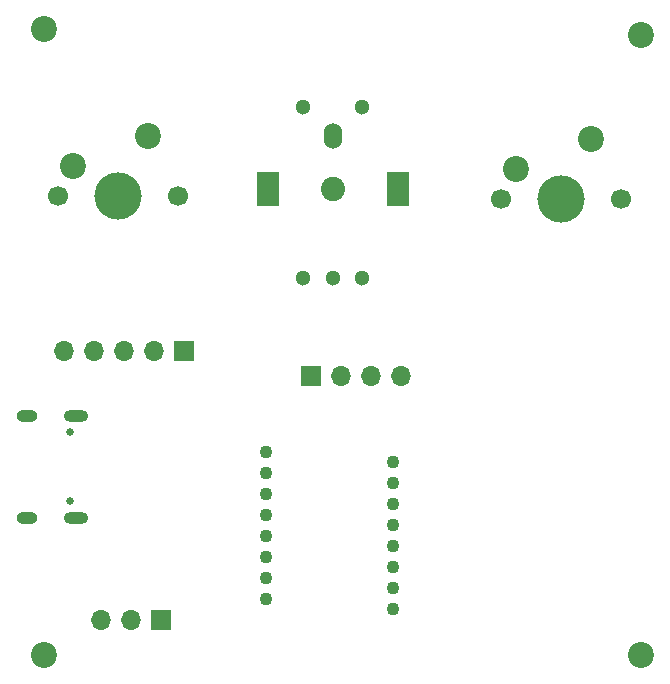
<source format=gbr>
%TF.GenerationSoftware,KiCad,Pcbnew,8.0.6*%
%TF.CreationDate,2024-12-31T08:05:46-06:00*%
%TF.ProjectId,003Ball,30303342-616c-46c2-9e6b-696361645f70,rev?*%
%TF.SameCoordinates,Original*%
%TF.FileFunction,Soldermask,Bot*%
%TF.FilePolarity,Negative*%
%FSLAX46Y46*%
G04 Gerber Fmt 4.6, Leading zero omitted, Abs format (unit mm)*
G04 Created by KiCad (PCBNEW 8.0.6) date 2024-12-31 08:05:46*
%MOMM*%
%LPD*%
G01*
G04 APERTURE LIST*
%ADD10C,1.100000*%
%ADD11C,1.700000*%
%ADD12C,4.000000*%
%ADD13C,2.200000*%
%ADD14R,1.900000X3.000000*%
%ADD15O,1.550000X2.200000*%
%ADD16C,2.050000*%
%ADD17C,1.300000*%
%ADD18R,1.700000X1.700000*%
%ADD19O,1.700000X1.700000*%
%ADD20C,0.650000*%
%ADD21O,2.100000X1.000000*%
%ADD22O,1.800000X1.000000*%
G04 APERTURE END LIST*
D10*
%TO.C,U2*%
X184500000Y-84150000D03*
X184500000Y-82370000D03*
X184500000Y-80590000D03*
X184500000Y-78810000D03*
X184500000Y-77030000D03*
X184500000Y-75250000D03*
X184500000Y-73470000D03*
X184500000Y-71690000D03*
X173800000Y-70800000D03*
X173800000Y-72580000D03*
X173800000Y-74360000D03*
X173800000Y-76140000D03*
X173800000Y-77920000D03*
X173800000Y-79700000D03*
X173800000Y-81480000D03*
X173800000Y-83260000D03*
%TD*%
D11*
%TO.C,SW3*%
X193640000Y-49400000D03*
D12*
X198720000Y-49400000D03*
D11*
X203800000Y-49400000D03*
D13*
X201260000Y-44320000D03*
X194910000Y-46860000D03*
%TD*%
D14*
%TO.C,SW2*%
X173915000Y-48605000D03*
D15*
X179415000Y-44105000D03*
D16*
X179415000Y-48605000D03*
D14*
X184915000Y-48605000D03*
D17*
X176915000Y-56105000D03*
X181915000Y-56105000D03*
X179415000Y-56105000D03*
X176915000Y-41605000D03*
X181915000Y-41605000D03*
%TD*%
D11*
%TO.C,SW1*%
X156120000Y-49200000D03*
D12*
X161200000Y-49200000D03*
D11*
X166280000Y-49200000D03*
D13*
X163740000Y-44120000D03*
X157390000Y-46660000D03*
%TD*%
D18*
%TO.C,J4*%
X177600000Y-64400000D03*
D19*
X180140000Y-64400000D03*
X182680000Y-64400000D03*
X185220000Y-64400000D03*
%TD*%
D18*
%TO.C,J3*%
X166832500Y-62275000D03*
D19*
X164292500Y-62275000D03*
X161752500Y-62275000D03*
X159212500Y-62275000D03*
X156672500Y-62275000D03*
%TD*%
D18*
%TO.C,J2*%
X164880000Y-85100000D03*
D19*
X162340000Y-85100000D03*
X159800000Y-85100000D03*
%TD*%
D20*
%TO.C,J1*%
X157140000Y-69185000D03*
X157140000Y-74965000D03*
D21*
X157640000Y-67755000D03*
D22*
X153490000Y-67755000D03*
D21*
X157640000Y-76395000D03*
D22*
X153490000Y-76395000D03*
%TD*%
D13*
%TO.C,H4*%
X205500000Y-88000000D03*
%TD*%
%TO.C,H3*%
X205500000Y-35500000D03*
%TD*%
%TO.C,H2*%
X155000000Y-88000000D03*
%TD*%
%TO.C,H1*%
X155000000Y-35000000D03*
%TD*%
M02*

</source>
